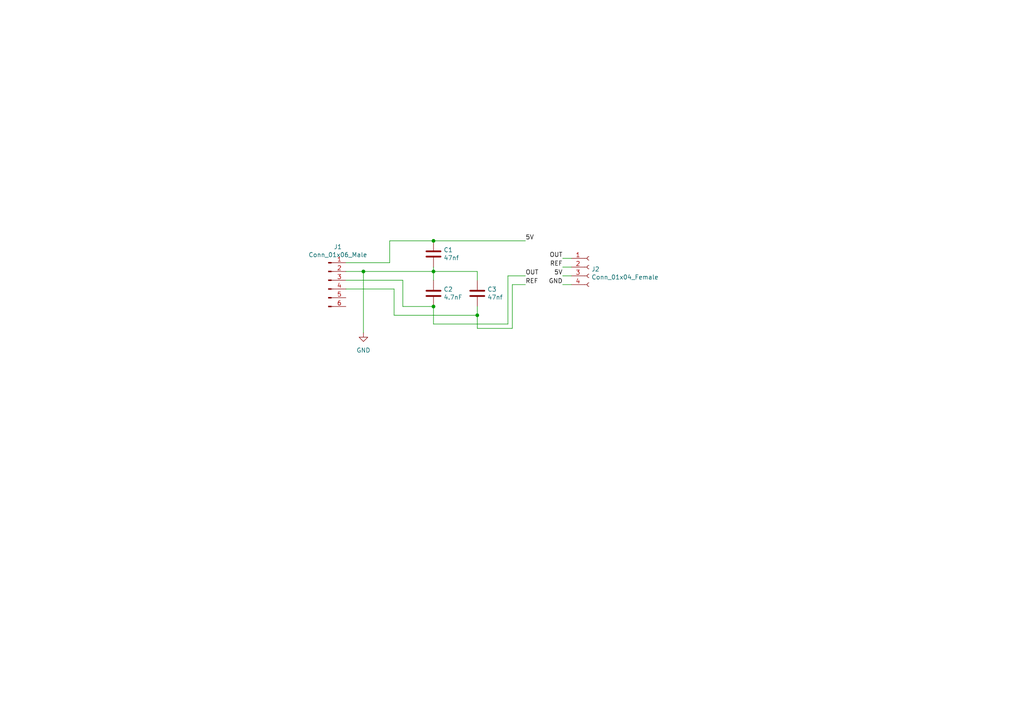
<source format=kicad_sch>
(kicad_sch (version 20230121) (generator eeschema)
  (paper "A4")
  (lib_symbols
    (symbol "Connector:Conn_01x04_Female" (pin_names (offset 1.016) hide)
      (property "Reference" "J" (at 0 5.08 0))
      (property "Value" "Conn_01x04_Female" (at 0 -7.62 0))
      (symbol "Conn_01x04_Female_1_1"
        (arc (start 0 -4.572) (mid -0.5058 -5.08) (end 0 -5.588) (stroke (width 0.1524)))
        (arc (start 0 -2.032) (mid -0.5058 -2.54) (end 0 -3.048) (stroke (width 0.1524)))
        (polyline (pts (xy -1.27 -5.08) (xy -0.508 -5.08)) (stroke (width 0.1524)))
        (polyline (pts (xy -1.27 -2.54) (xy -0.508 -2.54)) (stroke (width 0.1524)))
        (polyline (pts (xy -1.27 0) (xy -0.508 0)) (stroke (width 0.1524)))
        (polyline (pts (xy -1.27 2.54) (xy -0.508 2.54)) (stroke (width 0.1524)))
        (arc (start 0 0.508) (mid -0.5058 0) (end 0 -0.508) (stroke (width 0.1524)))
        (arc (start 0 3.048) (mid -0.5058 2.54) (end 0 2.032) (stroke (width 0.1524)))
        (pin passive line (at -5.08 2.54 0) (length 3.81) (name "Pin_1") (number "1"))
        (pin passive line (at -5.08 0 0) (length 3.81) (name "Pin_2") (number "2"))
        (pin passive line (at -5.08 -2.54 0) (length 3.81) (name "Pin_3") (number "3"))
        (pin passive line (at -5.08 -5.08 0) (length 3.81) (name "Pin_4") (number "4"))
      )
    )
    (symbol "Connector:Conn_01x06_Male" (pin_names (offset 1.016) hide)
      (property "Reference" "J" (at 0 7.62 0))
      (property "Value" "Conn_01x06_Male" (at 0 -10.16 0))
      (symbol "Conn_01x06_Male_1_1"
        (polyline (pts (xy 1.27 -7.62) (xy 0.8636 -7.62)) (stroke (width 0.1524)))
        (polyline (pts (xy 1.27 -5.08) (xy 0.8636 -5.08)) (stroke (width 0.1524)))
        (polyline (pts (xy 1.27 -2.54) (xy 0.8636 -2.54)) (stroke (width 0.1524)))
        (polyline (pts (xy 1.27 0) (xy 0.8636 0)) (stroke (width 0.1524)))
        (polyline (pts (xy 1.27 2.54) (xy 0.8636 2.54)) (stroke (width 0.1524)))
        (polyline (pts (xy 1.27 5.08) (xy 0.8636 5.08)) (stroke (width 0.1524)))
        (rectangle (start 0.8636 -7.493) (end 0 -7.747) (stroke (width 0.1524)) (fill (type outline)))
        (rectangle (start 0.8636 -4.953) (end 0 -5.207) (stroke (width 0.1524)) (fill (type outline)))
        (rectangle (start 0.8636 -2.413) (end 0 -2.667) (stroke (width 0.1524)) (fill (type outline)))
        (rectangle (start 0.8636 0.127) (end 0 -0.127) (stroke (width 0.1524)) (fill (type outline)))
        (rectangle (start 0.8636 2.667) (end 0 2.413) (stroke (width 0.1524)) (fill (type outline)))
        (rectangle (start 0.8636 5.207) (end 0 4.953) (stroke (width 0.1524)) (fill (type outline)))
        (pin passive line (at 5.08 5.08 180) (length 3.81) (name "Pin_1") (number "1"))
        (pin passive line (at 5.08 2.54 180) (length 3.81) (name "Pin_2") (number "2"))
        (pin passive line (at 5.08 0 180) (length 3.81) (name "Pin_3") (number "3"))
        (pin passive line (at 5.08 -2.54 180) (length 3.81) (name "Pin_4") (number "4"))
        (pin passive line (at 5.08 -5.08 180) (length 3.81) (name "Pin_5") (number "5"))
        (pin passive line (at 5.08 -7.62 180) (length 3.81) (name "Pin_6") (number "6"))
      )
    )
    (symbol "Device:C" (pin_numbers hide) (pin_names (offset 0.254))
      (property "Reference" "C" (at 0.635 2.54 0))
      (property "Value" "C" (at 0.635 -2.54 0))
      (symbol "C_0_1"
        (polyline (pts (xy -2.032 -0.762) (xy 2.032 -0.762)) (stroke (width 0.508)))
        (polyline (pts (xy -2.032 0.762) (xy 2.032 0.762)) (stroke (width 0.508)))
      )
      (symbol "C_1_1"
        (pin passive line (at 0 3.81 270) (length 2.794) (name "~") (number "1"))
        (pin passive line (at 0 -3.81 90) (length 2.794) (name "~") (number "2"))
      )
    )
    (symbol "power:GND" (power) (pin_names (offset 0))
      (property "Value" "GND" (at 0 -3.81 0))
      (symbol "GND_0_1"
        (polyline (pts (xy 0 0) (xy 0 -1.27) (xy 1.27 -1.27) (xy 0 -2.54) (xy -1.27 -1.27) (xy 0 -1.27)))
      )
      (symbol "GND_1_1"
        (pin power_in line (at 0 0 270) (length 0) hide (name "GND") (number "1"))
      )
    )
  )
  (junction (at 138.43 91.44))
  (junction (at 125.73 69.85))
  (junction (at 125.73 88.9))
  (junction (at 105.41 78.74))
  (junction (at 125.73 78.74))
  (wire (pts (xy 148.59 95.25) (xy 148.59 82.55)))
  (wire (pts (xy 105.41 78.74) (xy 105.41 96.52)))
  (wire (pts (xy 114.3 91.44) (xy 138.43 91.44)))
  (wire (pts (xy 163.195 80.01) (xy 165.735 80.01)))
  (wire (pts (xy 148.59 82.55) (xy 152.4 82.55)))
  (wire (pts (xy 105.41 78.74) (xy 125.73 78.74)))
  (wire (pts (xy 125.73 78.74) (xy 125.73 77.47)))
  (wire (pts (xy 125.73 93.98) (xy 147.32 93.98)))
  (wire (pts (xy 100.33 76.2) (xy 113.03 76.2)))
  (wire (pts (xy 138.43 81.28) (xy 138.43 78.74)))
  (wire (pts (xy 125.73 78.74) (xy 138.43 78.74)))
  (wire (pts (xy 125.73 81.28) (xy 125.73 78.74)))
  (wire (pts (xy 125.73 88.9) (xy 116.84 88.9)))
  (wire (pts (xy 138.43 95.25) (xy 148.59 95.25)))
  (wire (pts (xy 116.84 81.28) (xy 100.33 81.28)))
  (wire (pts (xy 138.43 91.44) (xy 138.43 88.9)))
  (wire (pts (xy 147.32 93.98) (xy 147.32 80.01)))
  (wire (pts (xy 114.3 83.82) (xy 114.3 91.44)))
  (wire (pts (xy 138.43 91.44) (xy 138.43 95.25)))
  (wire (pts (xy 163.195 74.93) (xy 165.735 74.93)))
  (wire (pts (xy 116.84 88.9) (xy 116.84 81.28)))
  (wire (pts (xy 113.03 69.85) (xy 125.73 69.85)))
  (wire (pts (xy 147.32 80.01) (xy 152.4 80.01)))
  (wire (pts (xy 100.33 83.82) (xy 114.3 83.82)))
  (wire (pts (xy 125.73 69.85) (xy 152.4 69.85)))
  (wire (pts (xy 100.33 78.74) (xy 105.41 78.74)))
  (wire (pts (xy 125.73 88.9) (xy 125.73 93.98)))
  (wire (pts (xy 163.195 77.47) (xy 165.735 77.47)))
  (wire (pts (xy 163.195 82.55) (xy 165.735 82.55)))
  (wire (pts (xy 113.03 76.2) (xy 113.03 69.85)))
  (label "REF" (at 163.195 77.47 180))
  (label "OUT" (at 163.195 74.93 180))
  (label "GND" (at 163.195 82.55 180))
  (label "5V" (at 152.4 69.85 0))
  (label "5V" (at 163.195 80.01 180))
  (label "REF" (at 152.4 82.55 0))
  (label "OUT" (at 152.4 80.01 0))
  (symbol (lib_id "Connector:Conn_01x06_Male") (at 95.25 81.28 0) (unit 1)
    (property "Reference" "J1" (at 97.9932 71.6026 0))
    (property "Value" "Conn_01x06_Male" (at 97.9932 73.914 0))
    (property "Footprint" "user:LEM_HAIS_50-P" (effects hide))
  )
  (symbol (lib_id "Device:C") (at 125.73 73.66 0) (unit 1)
    (property "Reference" "C1" (at 128.651 72.4916 0) (effects (justify left)))
    (property "Value" "47nf" (at 128.651 74.803 0) (effects (justify left)))
    (property "Footprint" "Capacitor_THT:C_Disc_D3.4mm_W2.1mm_P2.50mm" (effects hide))
  )
  (symbol (lib_id "Device:C") (at 125.73 85.09 0) (unit 1)
    (property "Reference" "C2" (at 128.651 83.9216 0) (effects (justify left)))
    (property "Value" "4.7nF" (at 128.651 86.233 0) (effects (justify left)))
    (property "Footprint" "Capacitor_THT:C_Disc_D3.4mm_W2.1mm_P2.50mm" (effects hide))
  )
  (symbol (lib_id "Device:C") (at 138.43 85.09 0) (unit 1)
    (property "Reference" "C3" (at 141.351 83.9216 0) (effects (justify left)))
    (property "Value" "47nf" (at 141.351 86.233 0) (effects (justify left)))
    (property "Footprint" "Capacitor_THT:C_Disc_D3.4mm_W2.1mm_P2.50mm" (effects hide))
  )
  (symbol (lib_id "Connector:Conn_01x04_Female") (at 170.815 77.47 0) (unit 1)
    (property "Reference" "J2" (at 171.5262 78.0796 0) (effects (justify left)))
    (property "Value" "Conn_01x04_Female" (at 171.5262 80.391 0) (effects (justify left)))
    (property "Footprint" "Connector_PinHeader_2.00mm:PinHeader_1x04_P2.00mm_Vertical" (effects hide))
  )
  (symbol (lib_id "power:GND") (at 105.41 96.52 0) (unit 1)
    (property "Reference" "#PWR0101" (effects hide))
    (property "Value" "GND" (at 105.41 101.6 0))
  )
)
</source>
